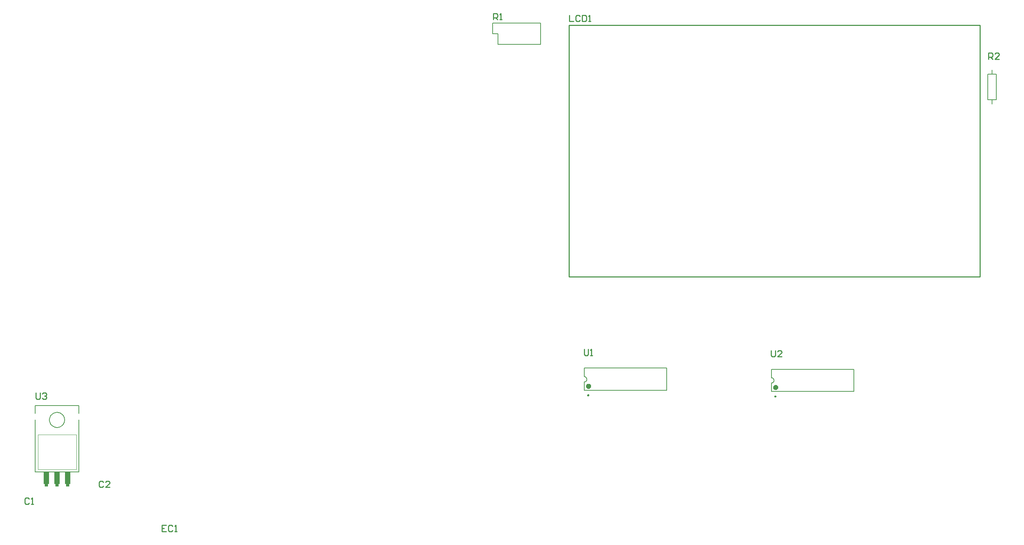
<source format=gto>
%FSTAX23Y23*%
%MOIN*%
%SFA1B1*%

%IPPOS*%
%ADD10C,0.005000*%
%ADD11C,0.023620*%
%ADD12C,0.009840*%
%ADD13C,0.007870*%
%ADD14C,0.010000*%
%ADD15C,0.002000*%
%LN2004_lcd-1*%
%LPD*%
G36*
X00701Y01087D02*
X00691D01*
Y01062*
X00661*
Y01087*
X00651*
Y01198*
X00701*
Y01087*
G37*
G36*
X00501Y01087D02*
X00491D01*
Y01062*
X0046*
Y01087*
X0045*
Y01198*
X00501*
Y01087*
G37*
G36*
X00601Y01087D02*
X00591D01*
Y01062*
X0056*
Y01087*
X0055*
Y01198*
X00601*
Y01087*
G37*
G54D10*
X00647Y01688D02*
D01*
X00646Y01692*
X00646Y01697*
X00645Y01702*
X00644Y01707*
X00642Y01712*
X0064Y01716*
X00638Y01721*
X00636Y01725*
X00633Y01729*
X0063Y01733*
X00627Y01737*
X00623Y0174*
X00619Y01743*
X00615Y01746*
X00611Y01749*
X00607Y01751*
X00602Y01753*
X00597Y01755*
X00593Y01756*
X00588Y01757*
X00583Y01758*
X00578Y01758*
X00573*
X00568Y01758*
X00563Y01757*
X00558Y01756*
X00554Y01755*
X00549Y01753*
X00544Y01751*
X0054Y01749*
X00536Y01746*
X00532Y01743*
X00528Y0174*
X00524Y01737*
X00521Y01733*
X00518Y01729*
X00515Y01725*
X00513Y01721*
X00511Y01716*
X00509Y01712*
X00507Y01707*
X00506Y01702*
X00505Y01697*
X00505Y01692*
X00505Y01688*
X00505Y01683*
X00505Y01678*
X00506Y01673*
X00507Y01668*
X00509Y01663*
X00511Y01659*
X00513Y01654*
X00515Y0165*
X00518Y01646*
X00521Y01642*
X00524Y01638*
X00528Y01635*
X00532Y01632*
X00536Y01629*
X0054Y01626*
X00544Y01624*
X00549Y01622*
X00554Y0162*
X00558Y01619*
X00563Y01618*
X00568Y01617*
X00573Y01617*
X00578*
X00583Y01617*
X00588Y01618*
X00593Y01619*
X00597Y0162*
X00602Y01622*
X00607Y01624*
X00611Y01626*
X00615Y01629*
X00619Y01632*
X00623Y01635*
X00627Y01638*
X0063Y01642*
X00633Y01646*
X00636Y0165*
X00638Y01654*
X0064Y01659*
X00642Y01663*
X00644Y01668*
X00645Y01673*
X00646Y01678*
X00646Y01683*
X00647Y01688*
X00371Y01748D02*
Y01823D01*
Y01198D02*
Y01688D01*
X00781Y01748D02*
Y01823D01*
Y01198D02*
Y01688D01*
X00371Y01823D02*
X00781D01*
X00371Y01198D02*
X00781D01*
G54D11*
X0733Y01994D02*
D01*
X0733Y01994*
X0733Y01995*
X0733Y01996*
X07329Y01997*
X07329Y01998*
X07329Y01998*
X07329Y01999*
X07328Y02*
X07328Y02*
X07327Y02001*
X07327Y02002*
X07326Y02002*
X07325Y02003*
X07325Y02003*
X07324Y02004*
X07323Y02004*
X07323Y02004*
X07322Y02005*
X07321Y02005*
X0732Y02005*
X07319Y02005*
X07318Y02005*
X07318*
X07317Y02005*
X07316Y02005*
X07315Y02005*
X07314Y02005*
X07314Y02004*
X07313Y02004*
X07312Y02004*
X07311Y02003*
X07311Y02003*
X0731Y02002*
X0731Y02002*
X07309Y02001*
X07309Y02*
X07308Y02*
X07308Y01999*
X07307Y01998*
X07307Y01998*
X07307Y01997*
X07307Y01996*
X07306Y01995*
X07306Y01994*
X07306Y01994*
X07306Y01993*
X07306Y01992*
X07307Y01991*
X07307Y0199*
X07307Y0199*
X07307Y01989*
X07308Y01988*
X07308Y01987*
X07309Y01987*
X07309Y01986*
X0731Y01985*
X0731Y01985*
X07311Y01984*
X07311Y01984*
X07312Y01983*
X07313Y01983*
X07314Y01983*
X07314Y01982*
X07315Y01982*
X07316Y01982*
X07317Y01982*
X07318Y01982*
X07318*
X07319Y01982*
X0732Y01982*
X07321Y01982*
X07322Y01982*
X07323Y01983*
X07323Y01983*
X07324Y01983*
X07325Y01984*
X07325Y01984*
X07326Y01985*
X07327Y01985*
X07327Y01986*
X07328Y01987*
X07328Y01987*
X07329Y01988*
X07329Y01989*
X07329Y0199*
X07329Y0199*
X0733Y01991*
X0733Y01992*
X0733Y01993*
X0733Y01994*
X05574Y02005D02*
D01*
X05574Y02005*
X05574Y02006*
X05574Y02007*
X05573Y02008*
X05573Y02009*
X05573Y02009*
X05573Y0201*
X05572Y02011*
X05572Y02011*
X05571Y02012*
X05571Y02013*
X0557Y02013*
X05569Y02014*
X05569Y02014*
X05568Y02015*
X05567Y02015*
X05567Y02015*
X05566Y02016*
X05565Y02016*
X05564Y02016*
X05563Y02016*
X05562Y02016*
X05562*
X05561Y02016*
X0556Y02016*
X05559Y02016*
X05558Y02016*
X05558Y02015*
X05557Y02015*
X05556Y02015*
X05555Y02014*
X05555Y02014*
X05554Y02013*
X05554Y02013*
X05553Y02012*
X05553Y02011*
X05552Y02011*
X05552Y0201*
X05551Y02009*
X05551Y02009*
X05551Y02008*
X05551Y02007*
X0555Y02006*
X0555Y02005*
X0555Y02005*
X0555Y02004*
X0555Y02003*
X05551Y02002*
X05551Y02001*
X05551Y02001*
X05551Y02*
X05552Y01999*
X05552Y01998*
X05553Y01998*
X05553Y01997*
X05554Y01996*
X05554Y01996*
X05555Y01995*
X05555Y01995*
X05556Y01994*
X05557Y01994*
X05558Y01994*
X05558Y01993*
X05559Y01993*
X0556Y01993*
X05561Y01993*
X05562Y01993*
X05562*
X05563Y01993*
X05564Y01993*
X05565Y01993*
X05566Y01993*
X05567Y01994*
X05567Y01994*
X05568Y01994*
X05569Y01995*
X05569Y01995*
X0557Y01996*
X05571Y01996*
X05571Y01997*
X05572Y01998*
X05572Y01998*
X05573Y01999*
X05573Y02*
X05573Y02001*
X05573Y02001*
X05574Y02002*
X05574Y02003*
X05574Y02004*
X05574Y02005*
G54D12*
X0732Y01909D02*
D01*
X0732Y01909*
X0732Y01909*
X0732Y0191*
X0732Y0191*
X0732Y0191*
X0732Y01911*
X0732Y01911*
X07319Y01911*
X07319Y01911*
X07319Y01912*
X07319Y01912*
X07319Y01912*
X07318Y01912*
X07318Y01913*
X07318Y01913*
X07317Y01913*
X07317Y01913*
X07317Y01913*
X07317Y01913*
X07316Y01913*
X07316Y01913*
X07315Y01913*
X07315*
X07315Y01913*
X07314Y01913*
X07314Y01913*
X07314Y01913*
X07313Y01913*
X07313Y01913*
X07313Y01913*
X07313Y01913*
X07312Y01912*
X07312Y01912*
X07312Y01912*
X07312Y01912*
X07311Y01911*
X07311Y01911*
X07311Y01911*
X07311Y01911*
X07311Y0191*
X07311Y0191*
X07311Y0191*
X0731Y01909*
X0731Y01909*
X0731Y01909*
X0731Y01908*
X0731Y01908*
X07311Y01907*
X07311Y01907*
X07311Y01907*
X07311Y01906*
X07311Y01906*
X07311Y01906*
X07311Y01906*
X07312Y01905*
X07312Y01905*
X07312Y01905*
X07312Y01905*
X07313Y01904*
X07313Y01904*
X07313Y01904*
X07313Y01904*
X07314Y01904*
X07314Y01904*
X07314Y01904*
X07315Y01904*
X07315Y01904*
X07315*
X07316Y01904*
X07316Y01904*
X07317Y01904*
X07317Y01904*
X07317Y01904*
X07317Y01904*
X07318Y01904*
X07318Y01904*
X07318Y01905*
X07319Y01905*
X07319Y01905*
X07319Y01905*
X07319Y01906*
X07319Y01906*
X0732Y01906*
X0732Y01906*
X0732Y01907*
X0732Y01907*
X0732Y01907*
X0732Y01908*
X0732Y01908*
X0732Y01909*
X05564Y0192D02*
D01*
X05564Y0192*
X05564Y0192*
X05564Y01921*
X05564Y01921*
X05564Y01921*
X05564Y01922*
X05564Y01922*
X05563Y01922*
X05563Y01922*
X05563Y01923*
X05563Y01923*
X05563Y01923*
X05562Y01923*
X05562Y01924*
X05562Y01924*
X05561Y01924*
X05561Y01924*
X05561Y01924*
X05561Y01924*
X0556Y01924*
X0556Y01924*
X05559Y01924*
X05559*
X05559Y01924*
X05558Y01924*
X05558Y01924*
X05558Y01924*
X05557Y01924*
X05557Y01924*
X05557Y01924*
X05557Y01924*
X05556Y01923*
X05556Y01923*
X05556Y01923*
X05556Y01923*
X05555Y01922*
X05555Y01922*
X05555Y01922*
X05555Y01922*
X05555Y01921*
X05555Y01921*
X05555Y01921*
X05554Y0192*
X05554Y0192*
X05554Y0192*
X05554Y01919*
X05554Y01919*
X05555Y01918*
X05555Y01918*
X05555Y01918*
X05555Y01917*
X05555Y01917*
X05555Y01917*
X05555Y01917*
X05556Y01916*
X05556Y01916*
X05556Y01916*
X05556Y01916*
X05557Y01915*
X05557Y01915*
X05557Y01915*
X05557Y01915*
X05558Y01915*
X05558Y01915*
X05558Y01915*
X05559Y01915*
X05559Y01915*
X05559*
X0556Y01915*
X0556Y01915*
X05561Y01915*
X05561Y01915*
X05561Y01915*
X05561Y01915*
X05562Y01915*
X05562Y01915*
X05562Y01916*
X05563Y01916*
X05563Y01916*
X05563Y01916*
X05563Y01917*
X05563Y01917*
X05564Y01917*
X05564Y01917*
X05564Y01918*
X05564Y01918*
X05564Y01918*
X05564Y01919*
X05564Y01919*
X05564Y0192*
G54D13*
X07279Y02034D02*
D01*
X0728Y02034*
X07282Y02034*
X07284Y02034*
X07286Y02034*
X07287Y02035*
X07289Y02036*
X0729Y02036*
X07292Y02037*
X07293Y02038*
X07295Y02039*
X07296Y02041*
X07297Y02042*
X07298Y02043*
X07299Y02045*
X073Y02046*
X07301Y02048*
X07302Y02049*
X07302Y02051*
X07303Y02052*
X07303Y02054*
X07304Y02056*
X07304Y02058*
Y02059*
X07304Y02061*
X07303Y02063*
X07303Y02065*
X07302Y02066*
X07302Y02068*
X07301Y02069*
X073Y02071*
X07299Y02072*
X07298Y02074*
X07297Y02075*
X07296Y02076*
X07295Y02078*
X07293Y02079*
X07292Y0208*
X0729Y02081*
X07289Y02081*
X07287Y02082*
X07286Y02083*
X07284Y02083*
X07282Y02083*
X0728Y02083*
X07279Y02084*
X05523Y02045D02*
D01*
X05524Y02045*
X05526Y02045*
X05528Y02045*
X0553Y02045*
X05531Y02046*
X05533Y02047*
X05534Y02047*
X05536Y02048*
X05537Y02049*
X05539Y0205*
X0554Y02052*
X05541Y02053*
X05542Y02054*
X05543Y02056*
X05544Y02057*
X05545Y02059*
X05546Y0206*
X05546Y02062*
X05547Y02063*
X05547Y02065*
X05548Y02067*
X05548Y02069*
Y0207*
X05548Y02072*
X05547Y02074*
X05547Y02076*
X05546Y02077*
X05546Y02079*
X05545Y0208*
X05544Y02082*
X05543Y02083*
X05542Y02085*
X05541Y02086*
X0554Y02087*
X05539Y02089*
X05537Y0209*
X05536Y02091*
X05534Y02092*
X05533Y02092*
X05531Y02093*
X0553Y02094*
X05528Y02094*
X05526Y02094*
X05524Y02094*
X05523Y02095*
X05115Y05214D02*
Y05414D01*
X04665D02*
X05115D01*
X04665Y05314D02*
Y05414D01*
Y05314D02*
X04715D01*
Y05214D02*
Y05314D01*
Y05214D02*
X05115D01*
X09311Y04695D02*
X09391D01*
X09311D02*
Y04935D01*
X09391*
Y04695D02*
Y04935D01*
X09351Y04655D02*
Y04695D01*
Y04935D02*
Y04975D01*
X08054Y01954D02*
Y02163D01*
X07279Y02084D02*
Y02163D01*
Y01954D02*
Y02034D01*
Y02163D02*
X08054D01*
X07279Y01954D02*
X08054D01*
X06298Y01965D02*
Y02174D01*
X05523Y02095D02*
Y02174D01*
Y01965D02*
Y02045D01*
Y02174D02*
X06298D01*
X05523Y01965D02*
X06298D01*
G54D14*
X05379Y05395D02*
X09237D01*
X05379Y03033D02*
Y05395D01*
Y03033D02*
X09237D01*
Y05395*
X0101Y01103D02*
X01Y01113D01*
X00981*
X00971Y01103*
Y01064*
X00981Y01054*
X01*
X0101Y01064*
X0107Y01054D02*
X0103D01*
X0107Y01093*
Y01103*
X0106Y01113*
X0104*
X0103Y01103*
X00313Y00946D02*
X00303Y00956D01*
X00284*
X00274Y00946*
Y00907*
X00284Y00897*
X00303*
X00313Y00907*
X00333Y00897D02*
X00353D01*
X00343*
Y00956*
X00333Y00946*
X05384Y0549D02*
Y05431D01*
X05423*
X05483Y0548D02*
X05473Y0549D01*
X05453*
X05443Y0548*
Y05441*
X05453Y05431*
X05473*
X05483Y05441*
X05503Y0549D02*
Y05431D01*
X05533*
X05543Y05441*
Y0548*
X05533Y0549*
X05503*
X05563Y05431D02*
X05583D01*
X05573*
Y0549*
X05563Y0548*
X04671Y05448D02*
Y05507D01*
X047*
X0471Y05497*
Y05477*
X047Y05467*
X04671*
X0469D02*
X0471Y05448D01*
X0473D02*
X0475D01*
X0474*
Y05507*
X0473Y05497*
X09317Y05076D02*
Y05136D01*
X09347*
X09357Y05126*
Y05106*
X09347Y05096*
X09317*
X09337D02*
X09357Y05076D01*
X09417D02*
X09377D01*
X09417Y05116*
Y05126*
X09407Y05136*
X09387*
X09377Y05126*
X00378Y01942D02*
Y01892D01*
X00388Y01882*
X00408*
X00418Y01892*
Y01942*
X00438Y01932D02*
X00448Y01942D01*
X00468*
X00478Y01932*
Y01922*
X00468Y01912*
X00458*
X00468*
X00478Y01902*
Y01892*
X00468Y01882*
X00448*
X00438Y01892*
X07278Y0234D02*
Y02291D01*
X07288Y02281*
X07307*
X07317Y02291*
Y0234*
X07377Y02281D02*
X07337D01*
X07377Y0232*
Y0233*
X07367Y0234*
X07347*
X07337Y0233*
X05522Y02351D02*
Y02302D01*
X05532Y02292*
X05551*
X05561Y02302*
Y02351*
X05581Y02292D02*
X05601D01*
X05591*
Y02351*
X05581Y02341*
X016Y00698D02*
X01561D01*
Y00639*
X016*
X01561Y00668D02*
X0158D01*
X0166Y00688D02*
X0165Y00698D01*
X0163*
X0162Y00688*
Y00649*
X0163Y00639*
X0165*
X0166Y00649*
X0168Y00639D02*
X017D01*
X0169*
Y00698*
X0168Y00688*
G54D15*
X00396Y01223D02*
Y01548D01*
X00756*
Y01223D02*
Y01548D01*
X00396Y01223D02*
X00756D01*
M02*
</source>
